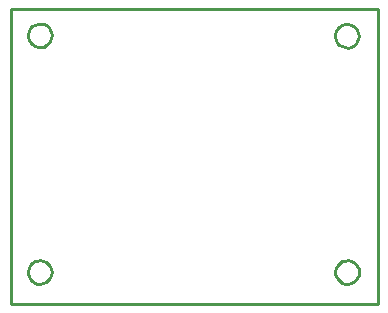
<source format=gko>
G04*
G04 #@! TF.GenerationSoftware,Altium Limited,Altium Designer,21.7.2 (23)*
G04*
G04 Layer_Color=16711935*
%FSLAX25Y25*%
%MOIN*%
G70*
G04*
G04 #@! TF.SameCoordinates,468C8543-70E2-46C5-B46D-702049A88486*
G04*
G04*
G04 #@! TF.FilePolarity,Positive*
G04*
G01*
G75*
%ADD11C,0.01000*%
G54D11*
X13683Y89569D02*
X13559Y90548D01*
X13196Y91466D01*
X12616Y92264D01*
X11855Y92893D01*
X10962Y93313D01*
X9993Y93498D01*
X9008Y93436D01*
X8070Y93131D01*
X7236Y92602D01*
X6561Y91883D01*
X6085Y91018D01*
X5840Y90062D01*
Y89075D01*
X6085Y88120D01*
X6561Y87255D01*
X7236Y86536D01*
X8070Y86007D01*
X9008Y85702D01*
X9993Y85640D01*
X10962Y85825D01*
X11855Y86245D01*
X12616Y86874D01*
X13196Y87672D01*
X13559Y88590D01*
X13683Y89569D01*
X13585Y10632D02*
X13461Y11611D01*
X13097Y12529D01*
X12517Y13327D01*
X11757Y13956D01*
X10864Y14376D01*
X9895Y14561D01*
X8910Y14499D01*
X7971Y14194D01*
X7138Y13666D01*
X6462Y12946D01*
X5987Y12081D01*
X5742Y11125D01*
Y10138D01*
X5987Y9183D01*
X6462Y8318D01*
X7138Y7598D01*
X7971Y7070D01*
X8910Y6765D01*
X9895Y6703D01*
X10864Y6888D01*
X11757Y7308D01*
X12517Y7937D01*
X13097Y8735D01*
X13461Y9653D01*
X13585Y10632D01*
X116045Y10632D02*
X115921Y11611D01*
X115558Y12529D01*
X114978Y13327D01*
X114218Y13956D01*
X113325Y14376D01*
X112355Y14561D01*
X111370Y14499D01*
X110432Y14194D01*
X109599Y13666D01*
X108923Y12946D01*
X108448Y12081D01*
X108202Y11125D01*
Y10138D01*
X108448Y9183D01*
X108923Y8318D01*
X109599Y7598D01*
X110432Y7070D01*
X111370Y6765D01*
X112355Y6703D01*
X113325Y6888D01*
X114218Y7308D01*
X114978Y7937D01*
X115558Y8735D01*
X115921Y9653D01*
X116045Y10632D01*
X115992Y89425D02*
X115868Y90404D01*
X115505Y91322D01*
X114925Y92120D01*
X114165Y92749D01*
X113272Y93169D01*
X112302Y93354D01*
X111317Y93292D01*
X110379Y92988D01*
X109546Y92459D01*
X108870Y91739D01*
X108395Y90874D01*
X108149Y89919D01*
Y88932D01*
X108395Y87976D01*
X108870Y87111D01*
X109546Y86392D01*
X110379Y85863D01*
X111317Y85558D01*
X112302Y85496D01*
X113272Y85681D01*
X114165Y86101D01*
X114925Y86730D01*
X115505Y87529D01*
X115868Y88446D01*
X115992Y89425D01*
X0Y0D02*
Y98425D01*
Y0D02*
X122339D01*
Y98425D01*
X0D02*
X122339D01*
M02*

</source>
